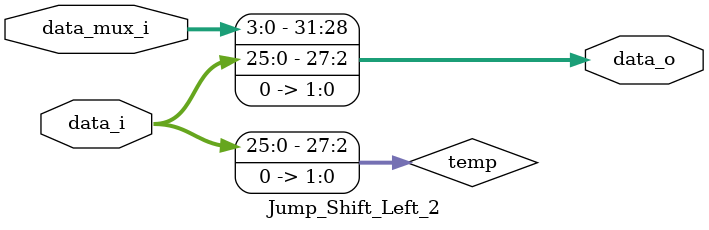
<source format=v>
module Jump_Shift_Left_2(
	data_i,
	data_mux_i,//from mux(PC + 4, Branch), largest 4 bit only;
	data_o
);

input	[25:0]	data_i;
input	[3:0]	data_mux_i;
output	[31:0]	data_o;

reg	[27:0]	temp;

always @(*) begin
	temp = (data_i << 2);
end

assign  data_o = {data_mux_i, temp};

endmodule

</source>
